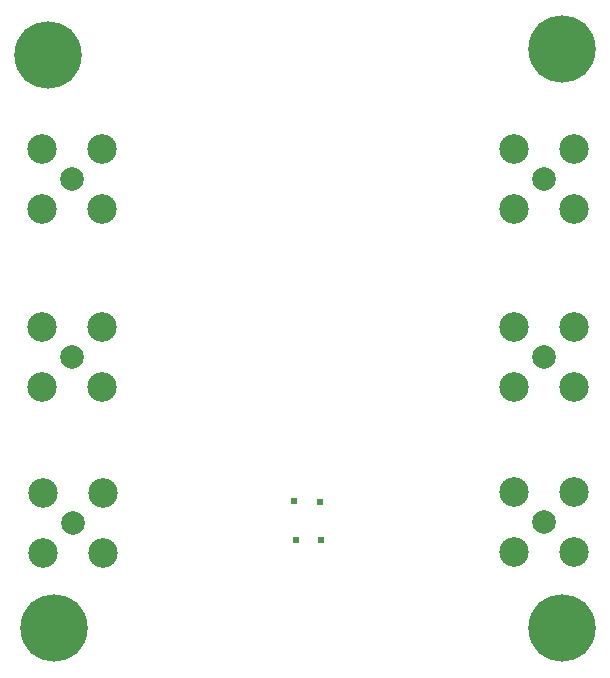
<source format=gbs>
G04 #@! TF.GenerationSoftware,KiCad,Pcbnew,(6.0.0)*
G04 #@! TF.CreationDate,2022-07-22T13:11:08+02:00*
G04 #@! TF.ProjectId,aliasing,616c6961-7369-46e6-972e-6b696361645f,rev?*
G04 #@! TF.SameCoordinates,Original*
G04 #@! TF.FileFunction,Soldermask,Bot*
G04 #@! TF.FilePolarity,Negative*
%FSLAX46Y46*%
G04 Gerber Fmt 4.6, Leading zero omitted, Abs format (unit mm)*
G04 Created by KiCad (PCBNEW (6.0.0)) date 2022-07-22 13:11:08*
%MOMM*%
%LPD*%
G01*
G04 APERTURE LIST*
%ADD10C,0.610000*%
%ADD11C,1.998980*%
%ADD12C,2.499360*%
%ADD13C,5.700000*%
G04 APERTURE END LIST*
D10*
X159000000Y-80500000D03*
X161000000Y-77300000D03*
X158800000Y-77250000D03*
X161100000Y-80500000D03*
D11*
X180000000Y-50000000D03*
D12*
X177460000Y-47460000D03*
X177460000Y-52540000D03*
X182540000Y-47460000D03*
X182540000Y-52540000D03*
D11*
X140000000Y-50000000D03*
D12*
X142540000Y-52540000D03*
X137460000Y-47460000D03*
X142540000Y-47460000D03*
X137460000Y-52540000D03*
D13*
X181500000Y-39000000D03*
D11*
X140000000Y-65000000D03*
D12*
X142540000Y-67540000D03*
X137460000Y-67540000D03*
X137460000Y-62460000D03*
X142540000Y-62460000D03*
D13*
X181500000Y-88000000D03*
X138500000Y-88000000D03*
D11*
X140071044Y-79080000D03*
D12*
X137531044Y-81620000D03*
X142611044Y-76540000D03*
X137531044Y-76540000D03*
X142611044Y-81620000D03*
D13*
X138000000Y-39500000D03*
D11*
X180000000Y-65000000D03*
D12*
X177460000Y-62460000D03*
X182540000Y-67540000D03*
X177460000Y-67540000D03*
X182540000Y-62460000D03*
D11*
X180000000Y-79000000D03*
D12*
X177460000Y-76460000D03*
X177460000Y-81540000D03*
X182540000Y-81540000D03*
X182540000Y-76460000D03*
M02*

</source>
